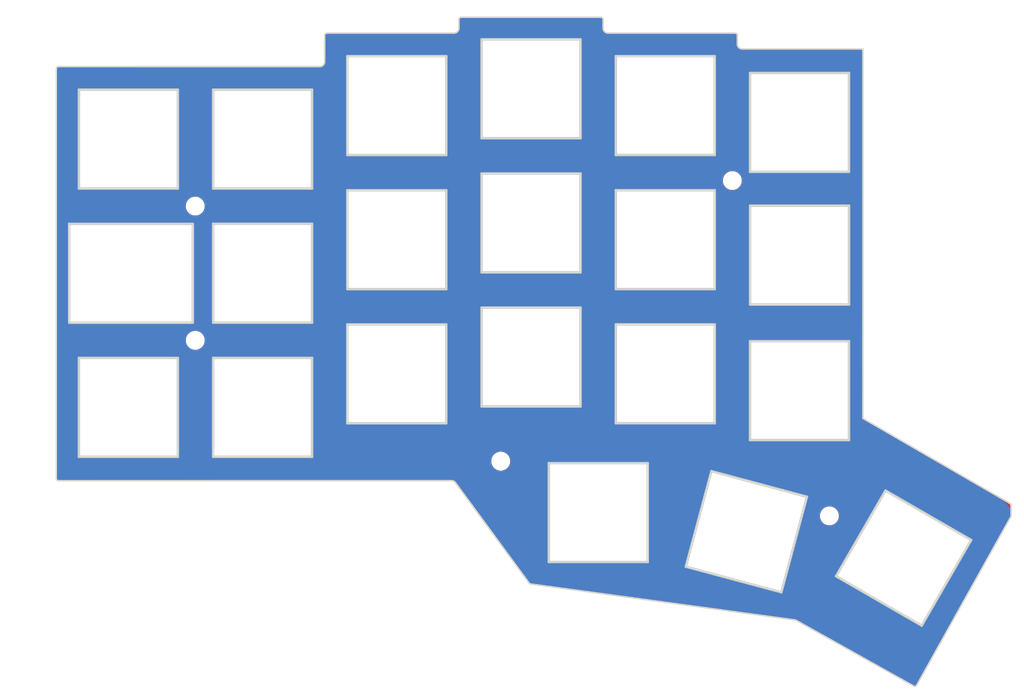
<source format=kicad_pcb>
(kicad_pcb (version 20221018) (generator pcbnew)
  (layers (0 "F.Cu" signal) (31 "B.Cu" signal) (34 "B.Paste" user) (35 "F.Paste" user) (36 "B.SilkS" user "B.Silkscreen") (37 "F.SilkS" user "F.Silkscreen") (38 "B.Mask" user) (39 "F.Mask" user) (44 "Edge.Cuts" user))
  (net 0 "")
  (footprint "MountingHole:MountingHole_2.2mm_M2" (layer "F.Cu") (at 184.45 62.9)
    (fp_text reference "REF**" hide)
    (fp_text value "MountingHole_2.2mm_M2" hide)
    (pad "" np_thru_hole circle (at 0 0) (size 2.2 2.2) (drill 2.2) (layers "*.Cu" "*.Mask"))
  )
  (footprint "MountingHole:MountingHole_2.2mm_M2" (layer "F.Cu") (at 108.42 66.52)
    (fp_text reference "REF**")
    (fp_text value "MountingHole_2.2mm_M2" hide)
    (pad "" np_thru_hole circle (at 0 0) (size 2.2 2.2) (drill 2.2) (layers "*.Cu" "*.Mask"))
  )
  (footprint "MountingHole:MountingHole_2.2mm_M2" (layer "F.Cu") (at 108.42 85.53)
    (fp_text reference "REF**")
    (fp_text value "MountingHole_2.2mm_M2" hide)
    (pad "" np_thru_hole circle (at 0 0) (size 2.2 2.2) (drill 2.2) (layers "*.Cu" "*.Mask"))
  )
  (footprint "MountingHole:MountingHole_2.2mm_M2" (layer "F.Cu") (at 151.66 102.65)
    (fp_text reference "REF**")
    (fp_text value "MountingHole_2.2mm_M2" hide)
    (pad "" np_thru_hole circle (at 0 0) (size 2.2 2.2) (drill 2.2) (layers "*.Cu" "*.Mask"))
  )
  (footprint "MountingHole:MountingHole_2.2mm_M2" (layer "F.Cu") (at 198.19 110.4)
    (fp_text reference "REF**")
    (fp_text value "MountingHole_2.2mm_M2" hide)
    (pad "" np_thru_hole circle (at 0 0) (size 2.2 2.2) (drill 2.2) (layers "*.Cu" "*.Mask"))
  )
  (gr_line (start 124.953801 83.024496) (end 110.953819 83.024496) (stroke (width 0.352689)) (layer "Edge.Cuts"))
  (gr_arc (start 144.697117 105.410001) (mid 145.013549 105.485605) (end 145.261628 105.696084) (stroke (width 0.2)) (layer "Edge.Cuts"))
  (gr_line (start 129.954072 97.27989) (end 129.954072 83.279909) (stroke (width 0.352689)) (layer "Edge.Cuts"))
  (gr_line (start 167.957059 45.275527) (end 181.957044 45.275527) (stroke (width 0.352689)) (layer "Edge.Cuts"))
  (gr_line (start 110.953819 64.024591) (end 110.953819 50.024606) (stroke (width 0.352689)) (layer "Edge.Cuts"))
  (gr_line (start 199.134061 118.94589) (end 206.133878 106.821622) (stroke (width 0.352689)) (layer "Edge.Cuts"))
  (gr_line (start 145.261628 105.696084) (end 155.696649 119.927656) (stroke (width 0.2)) (layer "Edge.Cuts"))
  (gr_line (start 200.9587 99.660787) (end 186.958722 99.660787) (stroke (width 0.352689)) (layer "Edge.Cuts"))
  (gr_line (start 129.954072 83.279909) (end 143.954053 83.279909) (stroke (width 0.352689)) (layer "Edge.Cuts"))
  (gr_line (start 91.955678 64.025302) (end 91.955678 50.025318) (stroke (width 0.352689)) (layer "Edge.Cuts"))
  (gr_line (start 124.953801 69.024511) (end 124.953801 83.024496) (stroke (width 0.352689)) (layer "Edge.Cuts"))
  (gr_line (start 110.953819 88.024774) (end 124.953801 88.024774) (stroke (width 0.352689)) (layer "Edge.Cuts"))
  (gr_line (start 172.475438 102.933164) (end 172.475438 116.933492) (stroke (width 0.352689)) (layer "Edge.Cuts"))
  (gr_arc (start 185.85 44.26) (mid 185.355025 44.054975) (end 185.15 43.56) (stroke (width 0.2)) (layer "Edge.Cuts"))
  (gr_line (start 167.957059 64.275415) (end 181.957044 64.275415) (stroke (width 0.352689)) (layer "Edge.Cuts"))
  (gr_line (start 177.864858 117.59358) (end 181.488241 104.070554) (stroke (width 0.352689)) (layer "Edge.Cuts"))
  (gr_arc (start 145.75 41.31) (mid 145.544975 41.804975) (end 145.05 42.01) (stroke (width 0.2)) (layer "Edge.Cuts"))
  (gr_line (start 110.953819 50.024606) (end 124.953801 50.024606) (stroke (width 0.352689)) (layer "Edge.Cuts"))
  (gr_line (start 202.933428 96.594085) (end 223.900049 108.724773) (stroke (width 0.2)) (layer "Edge.Cuts"))
  (gr_line (start 162.955724 75.901224) (end 148.955739 75.901224) (stroke (width 0.352689)) (layer "Edge.Cuts"))
  (gr_line (start 181.957044 59.275512) (end 167.957059 59.275512) (stroke (width 0.352689)) (layer "Edge.Cuts"))
  (gr_line (start 210.538399 134.390589) (end 223.900049 110.463123) (stroke (width 0.2)) (layer "Edge.Cuts"))
  (gr_line (start 143.954053 97.27989) (end 129.954072 97.27989) (stroke (width 0.352689)) (layer "Edge.Cuts"))
  (gr_line (start 143.954053 78.279985) (end 129.954072 78.279985) (stroke (width 0.352689)) (layer "Edge.Cuts"))
  (gr_line (start 202.933428 44.26) (end 202.933428 96.594085) (stroke (width 0.2)) (layer "Edge.Cuts"))
  (gr_line (start 158.475454 116.933492) (end 158.475454 102.933164) (stroke (width 0.352689)) (layer "Edge.Cuts"))
  (gr_line (start 186.968718 66.460637) (end 200.968703 66.460637) (stroke (width 0.352689)) (layer "Edge.Cuts"))
  (gr_line (start 167.957059 59.275512) (end 167.957059 45.275527) (stroke (width 0.352689)) (layer "Edge.Cuts"))
  (gr_line (start 148.955739 56.901302) (end 148.955739 42.900979) (stroke (width 0.352689)) (layer "Edge.Cuts"))
  (gr_line (start 195.011266 107.693937) (end 191.387883 121.216962) (stroke (width 0.352689)) (layer "Edge.Cuts"))
  (gr_arc (start 165.85 39.76) (mid 166.062132 39.847868) (end 166.15 40.06) (stroke (width 0.2)) (layer "Edge.Cuts"))
  (gr_line (start 129.954072 78.279985) (end 129.954072 64.279646) (stroke (width 0.352689)) (layer "Edge.Cuts"))
  (gr_line (start 172.475438 116.933492) (end 158.475454 116.933492) (stroke (width 0.352689)) (layer "Edge.Cuts"))
  (gr_arc (start 145.75 40.06) (mid 145.837868 39.847868) (end 146.05 39.76) (stroke (width 0.2)) (layer "Edge.Cuts"))
  (gr_arc (start 166.85 42.01) (mid 166.355025 41.804975) (end 166.15 41.31) (stroke (width 0.2)) (layer "Edge.Cuts"))
  (gr_line (start 181.957044 64.275415) (end 181.957044 78.2754) (stroke (width 0.352689)) (layer "Edge.Cuts"))
  (gr_line (start 124.953801 64.024591) (end 110.953819 64.024591) (stroke (width 0.352689)) (layer "Edge.Cuts"))
  (gr_line (start 145.75 40.06) (end 145.75 41.31) (stroke (width 0.2)) (layer "Edge.Cuts"))
  (gr_line (start 105.955661 64.025302) (end 91.955678 64.025302) (stroke (width 0.352689)) (layer "Edge.Cuts"))
  (gr_line (start 155.898127 120.047523) (end 193.275388 125.134345) (stroke (width 0.2)) (layer "Edge.Cuts"))
  (gr_arc (start 126.75 46.06) (mid 126.544975 46.554975) (end 126.05 46.76) (stroke (width 0.2)) (layer "Edge.Cuts"))
  (gr_line (start 105.955663 88.025484) (end 105.955661 102.025465) (stroke (width 0.352689)) (layer "Edge.Cuts"))
  (gr_line (start 110.953819 83.024496) (end 110.953819 69.024511) (stroke (width 0.352689)) (layer "Edge.Cuts"))
  (gr_line (start 181.957044 97.275663) (end 167.957059 97.275663) (stroke (width 0.352689)) (layer "Edge.Cuts"))
  (gr_line (start 88.75 47.06) (end 88.75 105.11) (stroke (width 0.2)) (layer "Edge.Cuts"))
  (gr_line (start 129.954072 45.279774) (end 143.954053 45.279774) (stroke (width 0.352689)) (layer "Edge.Cuts"))
  (gr_line (start 143.954053 83.279909) (end 143.954053 97.27989) (stroke (width 0.352689)) (layer "Edge.Cuts"))
  (gr_line (start 181.488241 104.070554) (end 195.011266 107.693937) (stroke (width 0.352689)) (layer "Edge.Cuts"))
  (gr_line (start 167.957059 83.275674) (end 181.957044 83.275674) (stroke (width 0.352689)) (layer "Edge.Cuts"))
  (gr_line (start 148.955739 61.900884) (end 162.955724 61.900884) (stroke (width 0.352689)) (layer "Edge.Cuts"))
  (gr_line (start 186.958722 85.660448) (end 200.9587 85.660448) (stroke (width 0.352689)) (layer "Edge.Cuts"))
  (gr_line (start 186.958722 61.660637) (end 186.958722 47.660313) (stroke (width 0.352689)) (layer "Edge.Cuts"))
  (gr_line (start 91.955678 50.025318) (end 105.955663 50.025318) (stroke (width 0.352689)) (layer "Edge.Cuts"))
  (gr_line (start 148.955739 75.901224) (end 148.955739 61.900884) (stroke (width 0.352689)) (layer "Edge.Cuts"))
  (gr_line (start 126.75 42.31) (end 126.75 46.06) (stroke (width 0.2)) (layer "Edge.Cuts"))
  (gr_line (start 143.954053 45.279774) (end 143.954053 59.280098) (stroke (width 0.352689)) (layer "Edge.Cuts"))
  (gr_line (start 105.955661 102.025465) (end 91.955678 102.025465) (stroke (width 0.352689)) (layer "Edge.Cuts"))
  (gr_line (start 218.258138 113.82179) (end 211.258329 125.946058) (stroke (width 0.352689)) (layer "Edge.Cuts"))
  (gr_arc (start 210.538399 134.39059) (mid 210.358155 134.532988) (end 210.130022 134.506148) (stroke (width 0.2)) (layer "Edge.Cuts"))
  (gr_line (start 162.955724 56.901302) (end 148.955739 56.901302) (stroke (width 0.352689)) (layer "Edge.Cuts"))
  (gr_line (start 143.954053 64.279646) (end 143.954053 78.279985) (stroke (width 0.352689)) (layer "Edge.Cuts"))
  (gr_line (start 124.953801 102.024755) (end 110.953819 102.024755) (stroke (width 0.352689)) (layer "Edge.Cuts"))
  (gr_line (start 181.957044 78.2754) (end 167.957059 78.2754) (stroke (width 0.352689)) (layer "Edge.Cuts"))
  (gr_line (start 165.85 39.76) (end 146.05 39.76) (stroke (width 0.2)) (layer "Edge.Cuts"))
  (gr_line (start 200.968701 80.460622) (end 186.968718 80.460622) (stroke (width 0.352689)) (layer "Edge.Cuts"))
  (gr_line (start 110.953819 102.024755) (end 110.953819 88.024774) (stroke (width 0.352689)) (layer "Edge.Cuts"))
  (gr_line (start 129.954072 59.280098) (end 129.954072 45.279774) (stroke (width 0.352689)) (layer "Edge.Cuts"))
  (gr_arc (start 155.898127 120.047523) (mid 155.785194 120.008085) (end 155.696649 119.927656) (stroke (width 0.2)) (layer "Edge.Cuts"))
  (gr_arc (start 126.75 42.31) (mid 126.837868 42.097868) (end 127.05 42.01) (stroke (width 0.2)) (layer "Edge.Cuts"))
  (gr_line (start 158.475454 102.933164) (end 172.475438 102.933164) (stroke (width 0.352689)) (layer "Edge.Cuts"))
  (gr_line (start 185.15 43.56) (end 185.15 42.31) (stroke (width 0.2)) (layer "Edge.Cuts"))
  (gr_line (start 200.968703 66.460637) (end 200.968701 80.460622) (stroke (width 0.352689)) (layer "Edge.Cuts"))
  (gr_line (start 89.05 105.41) (end 144.697117 105.41) (stroke (width 0.2)) (layer "Edge.Cuts"))
  (gr_line (start 129.954072 64.279646) (end 143.954053 64.279646) (stroke (width 0.352689)) (layer "Edge.Cuts"))
  (gr_line (start 200.9587 61.660637) (end 186.958722 61.660637) (stroke (width 0.352689)) (layer "Edge.Cuts"))
  (gr_line (start 186.958722 99.660787) (end 186.958722 85.660448) (stroke (width 0.352689)) (layer "Edge.Cuts"))
  (gr_line (start 105.955663 50.025318) (end 105.955661 64.025302) (stroke (width 0.352689)) (layer "Edge.Cuts"))
  (gr_line (start 145.05 42.01) (end 127.05 42.01) (stroke (width 0.2)) (layer "Edge.Cuts"))
  (gr_arc (start 89.05 105.41) (mid 88.837868 105.322132) (end 88.75 105.11) (stroke (width 0.2)) (layer "Edge.Cuts"))
  (gr_line (start 200.9587 47.660313) (end 200.9587 61.660637) (stroke (width 0.352689)) (layer "Edge.Cuts"))
  (gr_line (start 167.957059 97.275663) (end 167.957059 83.275674) (stroke (width 0.352689)) (layer "Edge.Cuts"))
  (gr_line (start 110.953819 69.024511) (end 124.953801 69.024511) (stroke (width 0.352689)) (layer "Edge.Cuts"))
  (gr_line (start 167.957059 78.2754) (end 167.957059 64.275415) (stroke (width 0.352689)) (layer "Edge.Cuts"))
  (gr_line (start 186.968718 80.460622) (end 186.968718 66.460637) (stroke (width 0.352689)) (layer "Edge.Cuts"))
  (gr_line (start 223.900049 110.463123) (end 223.900049 108.724773) (stroke (width 0.2)) (layer "Edge.Cuts"))
  (gr_line (start 162.955724 61.900884) (end 162.955724 75.901224) (stroke (width 0.352689)) (layer "Edge.Cuts"))
  (gr_line (start 162.955724 80.900789) (end 162.955724 94.900774) (stroke (width 0.352689)) (layer "Edge.Cuts"))
  (gr_line (start 124.953801 88.024774) (end 124.953801 102.024755) (stroke (width 0.352689)) (layer "Edge.Cuts"))
  (gr_line (start 166.15 41.31) (end 166.15 40.06) (stroke (width 0.2)) (layer "Edge.Cuts"))
  (gr_line (start 91.955678 88.025484) (end 105.955663 88.025484) (stroke (width 0.352689)) (layer "Edge.Cuts"))
  (gr_line (start 200.9587 85.660448) (end 200.9587 99.660787) (stroke (width 0.352689)) (layer "Edge.Cuts"))
  (gr_line (start 206.133878 106.821622) (end 218.258138 113.82179) (stroke (width 0.352689)) (layer "Edge.Cuts"))
  (gr_rect (start 90.57881 69.034511) (end 108.07881 83.034511) (stroke (width 0.352689)) (fill none) (layer "Edge.Cuts"))
  (gr_line (start 181.957044 45.275527) (end 181.957044 59.275512) (stroke (width 0.352689)) (layer "Edge.Cuts"))
  (gr_line (start 181.957044 83.275674) (end 181.957044 97.275663) (stroke (width 0.352689)) (layer "Edge.Cuts"))
  (gr_line (start 184.85 42.01) (end 166.85 42.01) (stroke (width 0.2)) (layer "Edge.Cuts"))
  (gr_line (start 162.955724 94.900774) (end 148.955739 94.900774) (stroke (width 0.352689)) (layer "Edge.Cuts"))
  (gr_line (start 191.387883 121.216962) (end 177.864858 117.59358) (stroke (width 0.352689)) (layer "Edge.Cuts"))
  (gr_line (start 124.953801 50.024606) (end 124.953801 64.024591) (stroke (width 0.352689)) (layer "Edge.Cuts"))
  (gr_line (start 186.958722 47.660313) (end 200.9587 47.660313) (stroke (width 0.352689)) (layer "Edge.Cuts"))
  (gr_line (start 148.955739 94.900774) (end 148.955739 80.900789) (stroke (width 0.352689)) (layer "Edge.Cuts"))
  (gr_line (start 126.05 46.76) (end 89.05 46.76) (stroke (width 0.2)) (layer "Edge.Cuts"))
  (gr_line (start 148.955739 42.900979) (end 162.955724 42.900979) (stroke (width 0.352689)) (layer "Edge.Cuts"))
  (gr_arc (start 184.85 42.01) (mid 185.062132 42.097868) (end 185.15 42.31) (stroke (width 0.2)) (layer "Edge.Cuts"))
  (gr_arc (start 88.75 47.06) (mid 88.837868 46.847868) (end 89.05 46.76) (stroke (width 0.2)) (layer "Edge.Cuts"))
  (gr_line (start 211.258329 125.946058) (end 199.134061 118.94589) (stroke (width 0.352689)) (layer "Edge.Cuts"))
  (gr_line (start 91.955678 102.025465) (end 91.955678 88.025484) (stroke (width 0.352689)) (layer "Edge.Cuts"))
  (gr_line (start 193.522708 125.217025) (end 210.130022 134.506148) (stroke (width 0.2)) (layer "Edge.Cuts"))
  (gr_arc (start 193.275389 125.134345) (mid 193.402933 125.164066) (end 193.522708 125.217025) (stroke (width 0.2)) (layer "Edge.Cuts"))
  (gr_line (start 202.933428 44.26) (end 185.85 44.26) (stroke (width 0.2)) (layer "Edge.Cuts"))
  (gr_line (start 162.955724 42.900979) (end 162.955724 56.901302) (stroke (width 0.352689)) (layer "Edge.Cuts"))
  (gr_line (start 143.954053 59.280098) (end 129.954072 59.280098) (stroke (width 0.352689)) (layer "Edge.Cuts"))
  (gr_line (start 148.955739 80.900789) (end 162.955724 80.900789) (stroke (width 0.352689)) (layer "Edge.Cuts"))
  (zone (net 0) (net_name "") (layer "F.Cu") (connect_pads (clearance 0.508)) (min_thickness 0.254) (fill yes (thermal_gap 0.508) (thermal_bridge_width 0.508))
    (polygon (pts (xy 88.86 105.14) (xy 89.01 105.3) (xy 144.83 105.24) (xy 145.35 105.57) (xy 155.79 119.81) (xy 155.94 119.88) (xy 193.44 124.98) (xy 210.22 134.42) (xy 210.43 134.35) (xy 223.79 110.43) (xy 223.78 108.79) (xy 202.83 96.67) (xy 202.78 44.39) (xy 185.74 44.39) (xy 185.01 43.74) (xy 185.03 42.28) (xy 184.87 42.14) (xy 166.72 42.12) (xy 166.03 41.47) (xy 166.03 40.07) (xy 165.9 39.9) (xy 146.05 39.87) (xy 145.88 40.03) (xy 145.87 41.51) (xy 145.15 42.13) (xy 126.98 42.13) (xy 126.89 42.24) (xy 126.89 46.14) (xy 126.17 46.88) (xy 89.04 46.87) (xy 88.86 47.05)))
  )
  (zone (net 0) (net_name "") (layer "F.Cu") (connect_pads (clearance 0.508)) (min_thickness 0.254) (fill yes (thermal_gap 0.508) (thermal_bridge_width 0.508))
    (polygon (pts (xy 203.47 44.01) (xy 185.88 44.06) (xy 185.47 41.22) (xy 169.84 37.44) (xy 93.21 44.09) (xy 81.07 50) (xy 87.13 108.61) (xy 140.54 110.01) (xy 157.54 124.19) (xy 211.57 136.35) (xy 225.76 111.44) (xy 214.67 98.14) (xy 204.4 93.78) (xy 204.92 57.13) (xy 204.62 56.15)))
  )
  (zone (net 0) (net_name "") (layer "B.Cu") (connect_pads (clearance 0.508)) (min_thickness 0.254) (fill yes (thermal_gap 0.508) (thermal_bridge_width 0.508))
    (polygon (pts (xy 203.18 43.89) (xy 185.59 43.94) (xy 185.18 41.1) (xy 169.55 37.32) (xy 92.92 43.97) (xy 80.78 49.88) (xy 86.84 108.49) (xy 140.25 109.89) (xy 157.25 124.07) (xy 211.28 136.23) (xy 225.47 111.32) (xy 214.38 98.02) (xy 204.11 93.66) (xy 204.63 57.01) (xy 204.33 56.03)))
  )
)
</source>
